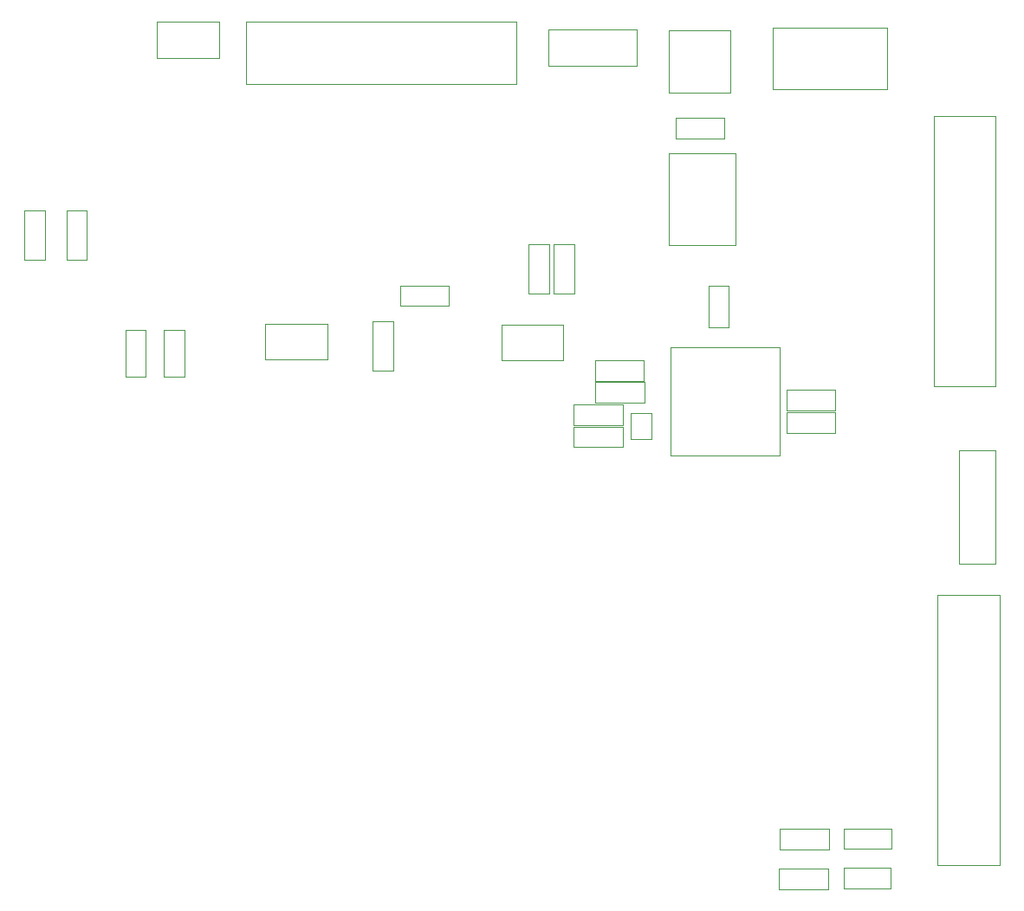
<source format=gbr>
G04 #@! TF.FileFunction,Other,User*
%FSLAX46Y46*%
G04 Gerber Fmt 4.6, Leading zero omitted, Abs format (unit mm)*
G04 Created by KiCad (PCBNEW 4.0.6) date 10/03/17 06:58:34*
%MOMM*%
%LPD*%
G01*
G04 APERTURE LIST*
%ADD10C,0.100000*%
%ADD11C,0.050000*%
G04 APERTURE END LIST*
D10*
D11*
X99000000Y-52890000D02*
X99000000Y-57490000D01*
X97000000Y-52890000D02*
X97000000Y-57490000D01*
X99000000Y-52890000D02*
X97000000Y-52890000D01*
X99000000Y-57490000D02*
X97000000Y-57490000D01*
X95220000Y-52870000D02*
X95220000Y-57470000D01*
X93220000Y-52870000D02*
X93220000Y-57470000D01*
X95220000Y-52870000D02*
X93220000Y-52870000D01*
X95220000Y-57470000D02*
X93220000Y-57470000D01*
X85380000Y-41240000D02*
X85380000Y-46040000D01*
X83380000Y-41240000D02*
X83380000Y-46040000D01*
X85380000Y-41240000D02*
X83380000Y-41240000D01*
X85380000Y-46040000D02*
X83380000Y-46040000D01*
X87450000Y-46050000D02*
X87450000Y-41250000D01*
X89450000Y-46050000D02*
X89450000Y-41250000D01*
X87450000Y-46050000D02*
X89450000Y-46050000D01*
X87450000Y-41250000D02*
X89450000Y-41250000D01*
X146540000Y-54620000D02*
X146540000Y-65220000D01*
X157140000Y-54620000D02*
X157140000Y-65220000D01*
X146540000Y-54620000D02*
X157140000Y-54620000D01*
X146540000Y-65220000D02*
X157140000Y-65220000D01*
X117380000Y-56860000D02*
X117380000Y-52060000D01*
X119380000Y-56860000D02*
X119380000Y-52060000D01*
X117380000Y-56860000D02*
X119380000Y-56860000D01*
X117380000Y-52060000D02*
X119380000Y-52060000D01*
X124850000Y-50560000D02*
X120050000Y-50560000D01*
X124850000Y-48560000D02*
X120050000Y-48560000D01*
X124850000Y-50560000D02*
X124850000Y-48560000D01*
X120050000Y-50560000D02*
X120050000Y-48560000D01*
X157090000Y-105570000D02*
X161890000Y-105570000D01*
X157090000Y-107570000D02*
X161890000Y-107570000D01*
X157090000Y-105570000D02*
X157090000Y-107570000D01*
X161890000Y-105570000D02*
X161890000Y-107570000D01*
X161960000Y-103680000D02*
X157160000Y-103680000D01*
X161960000Y-101680000D02*
X157160000Y-101680000D01*
X161960000Y-103680000D02*
X161960000Y-101680000D01*
X157160000Y-103680000D02*
X157160000Y-101680000D01*
X157810000Y-60940000D02*
X162610000Y-60940000D01*
X157810000Y-62940000D02*
X162610000Y-62940000D01*
X157810000Y-60940000D02*
X157810000Y-62940000D01*
X162610000Y-60940000D02*
X162610000Y-62940000D01*
X143930000Y-60010000D02*
X139130000Y-60010000D01*
X143930000Y-58010000D02*
X139130000Y-58010000D01*
X143930000Y-60010000D02*
X143930000Y-58010000D01*
X139130000Y-60010000D02*
X139130000Y-58010000D01*
X143910000Y-57900000D02*
X139110000Y-57900000D01*
X143910000Y-55900000D02*
X139110000Y-55900000D01*
X143910000Y-57900000D02*
X143910000Y-55900000D01*
X139110000Y-57900000D02*
X139110000Y-55900000D01*
X106900000Y-52280000D02*
X106900000Y-55780000D01*
X112950000Y-52280000D02*
X112950000Y-55780000D01*
X106900000Y-52280000D02*
X112950000Y-52280000D01*
X106900000Y-55780000D02*
X112950000Y-55780000D01*
X129980000Y-52380000D02*
X129980000Y-55880000D01*
X136030000Y-52380000D02*
X136030000Y-55880000D01*
X129980000Y-52380000D02*
X136030000Y-52380000D01*
X129980000Y-55880000D02*
X136030000Y-55880000D01*
X141820000Y-62180000D02*
X137020000Y-62180000D01*
X141820000Y-60180000D02*
X137020000Y-60180000D01*
X141820000Y-62180000D02*
X141820000Y-60180000D01*
X137020000Y-62180000D02*
X137020000Y-60180000D01*
X141820000Y-64360000D02*
X137020000Y-64360000D01*
X141820000Y-62360000D02*
X137020000Y-62360000D01*
X141820000Y-64360000D02*
X141820000Y-62360000D01*
X137020000Y-64360000D02*
X137020000Y-62360000D01*
X134610000Y-44510000D02*
X134610000Y-49310000D01*
X132610000Y-44510000D02*
X132610000Y-49310000D01*
X134610000Y-44510000D02*
X132610000Y-44510000D01*
X134610000Y-49310000D02*
X132610000Y-49310000D01*
X135080000Y-49350000D02*
X135080000Y-44550000D01*
X137080000Y-49350000D02*
X137080000Y-44550000D01*
X135080000Y-49350000D02*
X137080000Y-49350000D01*
X135080000Y-44550000D02*
X137080000Y-44550000D01*
X172240000Y-58390000D02*
X178290000Y-58390000D01*
X172240000Y-31990000D02*
X178290000Y-31990000D01*
X172240000Y-58390000D02*
X172240000Y-31990000D01*
X178290000Y-58390000D02*
X178290000Y-31990000D01*
X178660000Y-78790000D02*
X172610000Y-78790000D01*
X178660000Y-105190000D02*
X172610000Y-105190000D01*
X178660000Y-78790000D02*
X178660000Y-105190000D01*
X172610000Y-78790000D02*
X172610000Y-105190000D01*
X105040000Y-22780000D02*
X105040000Y-28830000D01*
X131440000Y-22780000D02*
X131440000Y-28830000D01*
X105040000Y-22780000D02*
X131440000Y-22780000D01*
X105040000Y-28830000D02*
X131440000Y-28830000D01*
X174720000Y-75800000D02*
X178220000Y-75800000D01*
X174720000Y-64650000D02*
X178220000Y-64650000D01*
X174720000Y-75800000D02*
X174720000Y-64650000D01*
X178220000Y-75800000D02*
X178220000Y-64650000D01*
X156490000Y-23320000D02*
X156490000Y-29370000D01*
X167640000Y-23320000D02*
X167640000Y-29370000D01*
X156490000Y-23320000D02*
X167640000Y-23320000D01*
X156490000Y-29370000D02*
X167640000Y-29370000D01*
X144620000Y-61040000D02*
X142620000Y-61040000D01*
X142620000Y-61040000D02*
X142620000Y-63540000D01*
X144620000Y-63540000D02*
X142620000Y-63540000D01*
X144620000Y-63540000D02*
X144620000Y-61040000D01*
D10*
X152200000Y-48620000D02*
X152200000Y-52620000D01*
X150200000Y-48620000D02*
X150200000Y-52620000D01*
X152200000Y-48620000D02*
X150200000Y-48620000D01*
X152200000Y-52620000D02*
X150200000Y-52620000D01*
D11*
X146330000Y-44620000D02*
X146330000Y-35620000D01*
X146330000Y-35620000D02*
X152830000Y-35620000D01*
X152830000Y-35620000D02*
X152830000Y-44620000D01*
X152830000Y-44620000D02*
X146330000Y-44620000D01*
X134600000Y-27060000D02*
X143200000Y-27060000D01*
X134600000Y-23560000D02*
X143200000Y-23560000D01*
X134600000Y-27060000D02*
X134600000Y-23560000D01*
X143200000Y-27060000D02*
X143200000Y-23560000D01*
X102380000Y-26290000D02*
X102380000Y-22790000D01*
X96330000Y-26290000D02*
X96330000Y-22790000D01*
X102380000Y-26290000D02*
X96330000Y-26290000D01*
X102380000Y-22790000D02*
X96330000Y-22790000D01*
X168070000Y-103640000D02*
X163470000Y-103640000D01*
X168070000Y-101640000D02*
X163470000Y-101640000D01*
X168070000Y-103640000D02*
X168070000Y-101640000D01*
X163470000Y-103640000D02*
X163470000Y-101640000D01*
X168000000Y-107490000D02*
X163400000Y-107490000D01*
X168000000Y-105490000D02*
X163400000Y-105490000D01*
X168000000Y-107490000D02*
X168000000Y-105490000D01*
X163400000Y-107490000D02*
X163400000Y-105490000D01*
X151790000Y-34190000D02*
X146990000Y-34190000D01*
X151790000Y-32190000D02*
X146990000Y-32190000D01*
X151790000Y-34190000D02*
X151790000Y-32190000D01*
X146990000Y-34190000D02*
X146990000Y-32190000D01*
X146330000Y-23650000D02*
X146330000Y-29700000D01*
X152380000Y-23650000D02*
X152380000Y-29700000D01*
X146330000Y-23650000D02*
X152380000Y-23650000D01*
X146330000Y-29700000D02*
X152380000Y-29700000D01*
X162630000Y-60740000D02*
X157830000Y-60740000D01*
X162630000Y-58740000D02*
X157830000Y-58740000D01*
X162630000Y-60740000D02*
X162630000Y-58740000D01*
X157830000Y-60740000D02*
X157830000Y-58740000D01*
M02*

</source>
